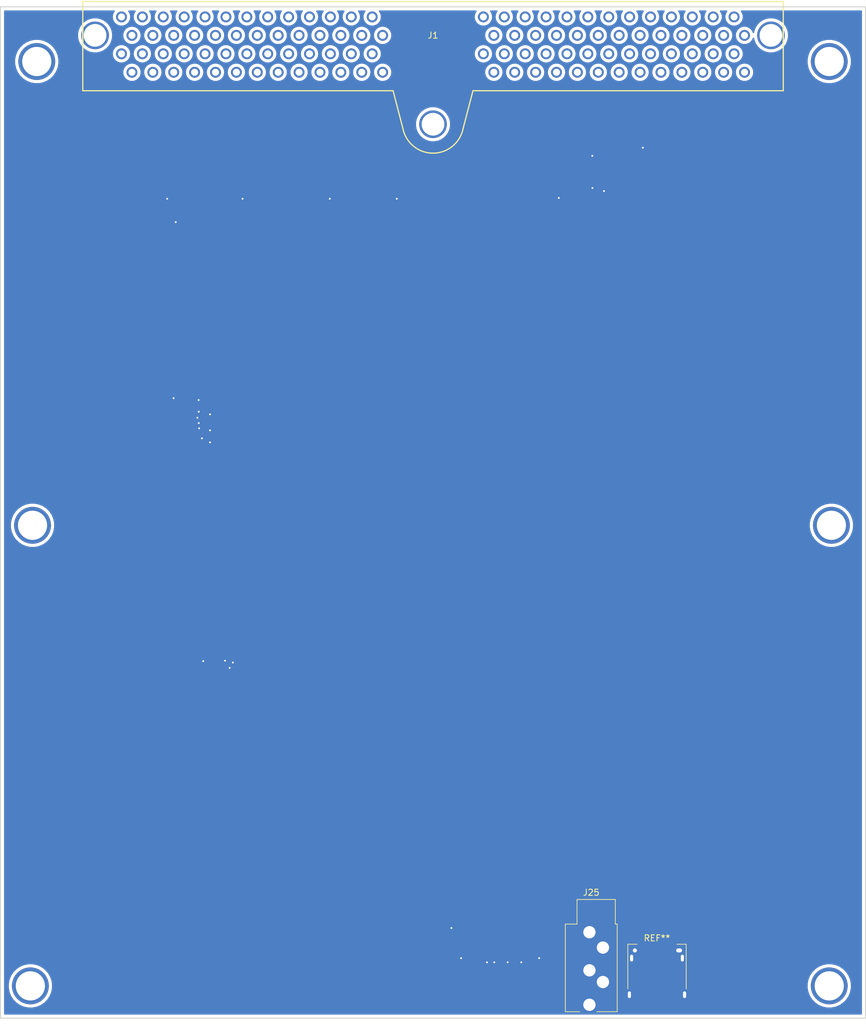
<source format=kicad_pcb>
(kicad_pcb (version 20211014) (generator pcbnew)
  (layers (0 "F.Cu" signal) (31 "B.Cu" signal) (34 "B.Paste" user) (35 "F.Paste" user) (36 "B.SilkS" user "B.Silkscreen") (37 "F.SilkS" user "F.Silkscreen") (38 "B.Mask" user) (39 "F.Mask" user) (44 "Edge.Cuts" user))
  (net 0 "")
  (footprint "rusefi_lib:eecv" (layer "F.Cu") (at 93.63 20.44)
    (fp_text reference "J1")
    (fp_text value "EEC-V")
  )
  (footprint "modules:MOD_HELLEN_SD" (layer "F.Cu") (at 93.197296 184.638076)
    (fp_text reference "")
    (fp_text value "")
  )
  (footprint "modules:MOD_HELLEN_CAN" (layer "F.Cu") (at 62.43 135.6 90)
    (fp_text reference "")
    (fp_text value "")
  )
  (footprint "Hellen:Jack_3.5mm_PJ-3250-5A" (layer "F.Cu") (at 119.385915 175.542396)
    (fp_text reference "J25")
    (fp_text value "AudioJack3_SwitchTR")
  )
  (footprint "Connector_USB:USB_C_Receptacle_Amphenol_12401610E4-2A" (layer "F.Cu") (at 130.08132 179.065626)
    (fp_text reference "REF**")
    (fp_text value "USB_C_Receptacle_Amphenol_12401610E4-2A")
  )
  (footprint "modules:MOD_HELLEN_KNOCK" (layer "F.Cu") (at 87.83 128.602992)
    (fp_text reference "")
    (fp_text value "")
  )
  (footprint "modules:MOD_HELLEN_KNOCK" (layer "F.Cu") (at 125.93 161)
    (fp_text reference "")
    (fp_text value "")
  )
  (footprint "modules:MOD_HELLEN_INPUT" (layer "F.Cu") (at 138.63 97.5 90)
    (fp_text reference "")
    (fp_text value "")
  )
  (footprint "modules:MOD_HELLEN_POWER_5" (layer "F.Cu") (at 49.73 59.4)
    (fp_text reference "")
    (fp_text value "")
  )
  (footprint "modules:MOD_HELLEN_MCU" (layer "F.Cu") (at 113.23 117.202936 90)
    (fp_text reference "")
    (fp_text value "")
  )
  (footprint "modules:MOD_HELLEN_OUTPUT" (layer "F.Cu") (at 90.384724 167.546293 90)
    (fp_text reference "")
    (fp_text value "")
  )
  (footprint "modules:MOD_HELLEN_IGN8" (layer "F.Cu") (at 49.73 97.5)
    (fp_text reference "")
    (fp_text value "")
  )
  (footprint "modules:MOD_HELLEN_VR" (layer "F.Cu") (at 125.93 148.3 90)
    (fp_text reference "")
    (fp_text value "")
  )
  (footprint "modules:MOD_HELLEN_VR" (layer "F.Cu") (at 138.63 148.3 90)
    (fp_text reference "")
    (fp_text value "")
  )
  (footprint "modules:MOD_HELLEN_POWER_12" (layer "F.Cu") (at 113.23 59.4)
    (fp_text reference "")
    (fp_text value "")
  )
  (gr_line (start 23.23 185.72) (end 164.03 185.72) (layer "Edge.Cuts") (width 0.15))
  (gr_line (start 23.23 21.3) (end 23.23 185.72) (layer "Edge.Cuts") (width 0.15))
  (gr_line (start 164.03 185.72) (end 164.03 21.3) (layer "Edge.Cuts") (width 0.15))
  (gr_line (start 23.23 21.3) (end 164.03 21.3) (layer "Edge.Cuts") (width 0.15))
  (via (at 29.14 30.19) (size 6) (drill 4.75) (layers "F.Cu" "B.Cu") (net 0))
  (via (at 28.1 180.47) (size 6) (drill 4.75) (layers "F.Cu" "B.Cu") (net 0))
  (via (at 158.12 180.47) (size 6) (drill 4.75) (layers "F.Cu" "B.Cu") (net 0))
  (via (at 28.45 105.59) (size 6) (drill 4.75) (layers "F.Cu" "B.Cu") (net 0))
  (via (at 158.47 105.59) (size 6) (drill 4.75) (layers "F.Cu" "B.Cu") (net 0))
  (via (at 158.12 30.19) (size 6) (drill 4.75) (layers "F.Cu" "B.Cu") (net 0))
  (zone (net 0) (net_name "") (layer "B.Cu") (connect_pads (clearance 0.508)) (min_thickness 0.254) (fill yes (thermal_gap 0.508) (thermal_bridge_width 0.508))
    (polygon (pts (xy 164.03 185.7) (xy 23.23 185.7) (xy 23.23 21.3) (xy 164.03 21.3)))
  )
)
</source>
